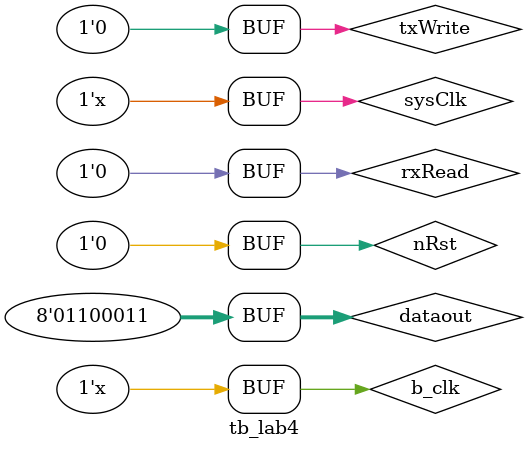
<source format=v>
`timescale 1ns / 1ps

module tb_lab4( );

parameter BAUDns=104*1000;

reg sysClk=0;
reg b_clk=0;
reg nRst=0, txWrite=0, rxD=1, rxRead=0;
reg [7:0] dataout;
reg [3:0] n;
reg [31:0]total_count=0, pass_count=0;

wire baudClk, txEmpty, txUnderrun, txD, rxEmpty, rxOverrun, rxFramingError, rxBreakDetect;
wire [7:0] datain;

model_uart UUT (.sysClk(sysClk), 
                .nRst(nRst),
                .baudClk(baudClk),
                .dataout(dataout),
                .txWrite(txWrite),
                .txEmpty(txEmpty),
                .txUnderrun(txUnderrun),
                .txD(txD),
                .rxD(rxD),
                .datain(datain),
                .rxRead(rxRead),
                .rxEmpty(rxEmpty),
                .rxOverrun(rxOverrun),
                .rxFramingError(rxFramingError),
                .rxBreakDetect(rxBreakDetect));

always #5 sysClk=!sysClk;
always #(BAUDns/2) b_clk=!b_clk;

always @(posedge b_clk && baudClk) pass_count=pass_count+1;
always @(posedge baudClk) total_count=total_count+1;

always @(posedge rxRead) begin
    #BAUDns rxD=0;
    for (n=0;n<8;n=n+1) #BAUDns rxD=dataout[n];
    #BAUDns 
    rxD=1;
    //rxD=0;
end

always @(posedge rxOverrun) $display("overrunning");
always @(posedge rxFramingError) $display("framingerror");
always @(posedge rxBreakDetect) $display("BreakDetect");

always @(posedge txEmpty)
    $display("Test value of dataout is %d, datain is %d, deviate rate is %d / %d", dataout[7:0], datain[7:0], pass_count[31:0],total_count[31:0]); 

initial begin
    //dataout=8'b11001011;
    dataout=8'b01100011;
    nRst=1;
    #BAUDns txWrite=1;
    #BAUDns txWrite=0; rxRead=1;
    #BAUDns rxRead=0;
    //rxRead=1;
    
end

endmodule

</source>
